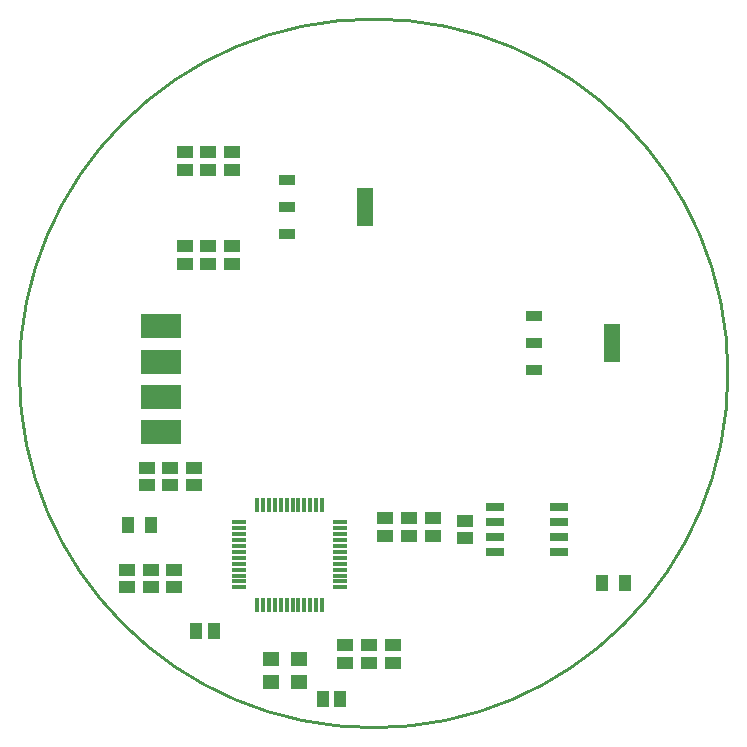
<source format=gtp>
G04*
G04 #@! TF.GenerationSoftware,Altium Limited,Altium Designer,18.1.7 (191)*
G04*
G04 Layer_Color=8421504*
%FSLAX44Y44*%
%MOMM*%
G71*
G01*
G75*
%ADD10C,0.2540*%
%ADD12R,1.4000X1.2000*%
%ADD13R,1.4000X1.1000*%
%ADD14R,3.5000X2.0000*%
%ADD15R,1.1000X1.4000*%
%ADD16R,1.2000X0.3000*%
%ADD17R,0.3000X1.2000*%
%ADD18R,1.5250X0.6500*%
%ADD19R,1.4500X0.9500*%
%ADD20R,1.4500X3.2500*%
D10*
X300000Y0D02*
G03*
X300000Y0I-300000J0D01*
G01*
D12*
X-86930Y-260960D02*
D03*
X-62930D02*
D03*
Y-241960D02*
D03*
X-86930D02*
D03*
D13*
X77470Y-139580D02*
D03*
Y-124580D02*
D03*
X-160000Y107500D02*
D03*
Y92500D02*
D03*
X-140000Y107500D02*
D03*
Y92500D02*
D03*
X-120000Y107500D02*
D03*
Y92500D02*
D03*
Y187500D02*
D03*
Y172500D02*
D03*
X-140000Y187500D02*
D03*
Y172500D02*
D03*
X-160000Y187500D02*
D03*
Y172500D02*
D03*
X-152240Y-79780D02*
D03*
Y-94780D02*
D03*
X-192240Y-79780D02*
D03*
Y-94780D02*
D03*
X-3970Y-244960D02*
D03*
Y-229960D02*
D03*
X-23970Y-244960D02*
D03*
Y-229960D02*
D03*
X-172240Y-79780D02*
D03*
Y-94780D02*
D03*
X30000Y-122500D02*
D03*
Y-137500D02*
D03*
X10000Y-122500D02*
D03*
Y-137500D02*
D03*
X-208890Y-166150D02*
D03*
Y-181150D02*
D03*
X-188890Y-166150D02*
D03*
Y-181150D02*
D03*
X16030Y-244960D02*
D03*
Y-229960D02*
D03*
X50000Y-122500D02*
D03*
Y-137500D02*
D03*
X-168890Y-166150D02*
D03*
Y-181150D02*
D03*
D14*
X-180000Y-50000D02*
D03*
Y-20000D02*
D03*
Y10000D02*
D03*
Y40000D02*
D03*
D15*
X-28060Y-275590D02*
D03*
X-43060D02*
D03*
X213200Y-177800D02*
D03*
X193200D02*
D03*
X-208120Y-128270D02*
D03*
X-188120D02*
D03*
X-150100Y-218440D02*
D03*
X-135100D02*
D03*
D16*
X-113620Y-181170D02*
D03*
Y-176170D02*
D03*
Y-171170D02*
D03*
Y-166170D02*
D03*
Y-161170D02*
D03*
Y-156170D02*
D03*
Y-151170D02*
D03*
Y-146170D02*
D03*
Y-141170D02*
D03*
Y-136170D02*
D03*
Y-131170D02*
D03*
Y-126170D02*
D03*
X-28620D02*
D03*
Y-131170D02*
D03*
Y-136170D02*
D03*
Y-141170D02*
D03*
Y-146170D02*
D03*
Y-151170D02*
D03*
Y-156170D02*
D03*
Y-161170D02*
D03*
Y-166170D02*
D03*
Y-171170D02*
D03*
Y-176170D02*
D03*
Y-181170D02*
D03*
D17*
X-98620Y-111170D02*
D03*
X-93620D02*
D03*
X-88620D02*
D03*
X-83620D02*
D03*
X-78620D02*
D03*
X-73620D02*
D03*
X-68620D02*
D03*
X-63620D02*
D03*
X-58620D02*
D03*
X-53620D02*
D03*
X-48620D02*
D03*
X-43620D02*
D03*
Y-196170D02*
D03*
X-48620D02*
D03*
X-53620D02*
D03*
X-58620D02*
D03*
X-63620D02*
D03*
X-68620D02*
D03*
X-73620D02*
D03*
X-78620D02*
D03*
X-83620D02*
D03*
X-88620D02*
D03*
X-93620D02*
D03*
X-98620D02*
D03*
D18*
X102420Y-113030D02*
D03*
Y-125730D02*
D03*
Y-138430D02*
D03*
Y-151130D02*
D03*
X156660D02*
D03*
Y-138430D02*
D03*
Y-125730D02*
D03*
Y-113030D02*
D03*
D19*
X135910Y48300D02*
D03*
Y25400D02*
D03*
Y2500D02*
D03*
X-73640Y163870D02*
D03*
Y140970D02*
D03*
Y118070D02*
D03*
D20*
X201910Y25400D02*
D03*
X-7640Y140970D02*
D03*
M02*

</source>
